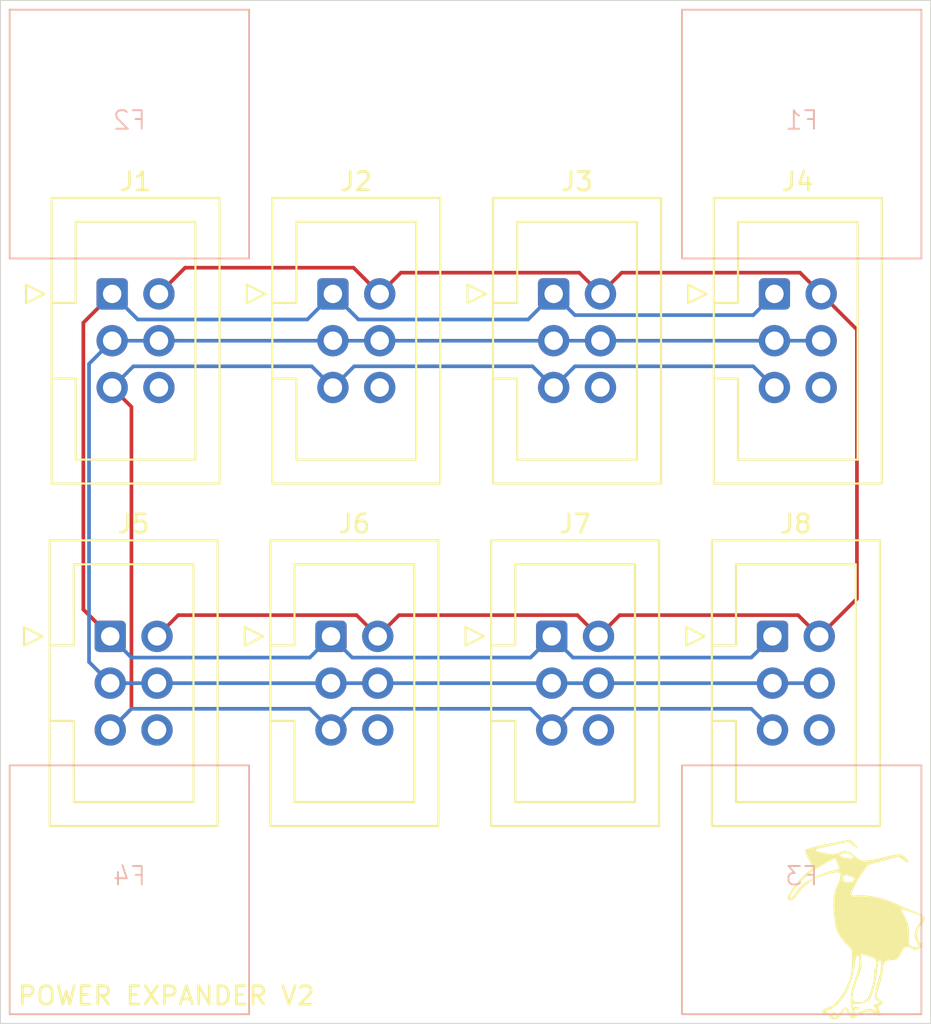
<source format=kicad_pcb>
(kicad_pcb (version 20241229) (generator "pcbnew") (generator_version "9.0")
  (layers (0 "F.Cu" signal) (2 "B.Cu" signal) (13 "F.Paste" user) (15 "B.Paste" user) (5 "F.SilkS" user "F.Silkscreen") (7 "B.SilkS" user "B.Silkscreen") (1 "F.Mask" user) (3 "B.Mask" user) (25 "Edge.Cuts" user))
  (net 0 "")
  (net 1 "12V")
  (net 2 "GND")
  (net 3 "-12V")
  (net 4 "5V")
  (footprint "Connector_IDC:IDC-Header_2x03_P2.54mm_Vertical" (layer "F.Cu") (at 88.415 77)
    (property "Reference" "J8" (at 1.27 -6.1 0) (layer "F.SilkS"))
    (property "Value" "Power")
    (fp_line (start -4.68 -0.5) (end -4.68 0.5) (stroke (width 0.12)) (layer "F.SilkS"))
    (fp_line (start -4.68 0.5) (end -3.68 0) (stroke (width 0.12)) (layer "F.SilkS"))
    (fp_line (start -3.68 0) (end -4.68 -0.5) (stroke (width 0.12)) (layer "F.SilkS"))
    (fp_line (start -3.29 -5.21) (end 5.83 -5.21) (stroke (width 0.12)) (layer "F.SilkS"))
    (fp_line (start -3.29 0.49) (end -1.98 0.49) (stroke (width 0.12)) (layer "F.SilkS"))
    (fp_line (start -3.29 10.29) (end -3.29 -5.21) (stroke (width 0.12)) (layer "F.SilkS"))
    (fp_line (start -1.98 -3.91) (end 4.52 -3.91) (stroke (width 0.12)) (layer "F.SilkS"))
    (fp_line (start -1.98 0.49) (end -1.98 -3.91) (stroke (width 0.12)) (layer "F.SilkS"))
    (fp_line (start -1.98 4.59) (end -3.29 4.59) (stroke (width 0.12)) (layer "F.SilkS"))
    (fp_line (start -1.98 8.99) (end -1.98 4.59) (stroke (width 0.12)) (layer "F.SilkS"))
    (fp_line (start 4.52 -3.91) (end 4.52 8.99) (stroke (width 0.12)) (layer "F.SilkS"))
    (fp_line (start 4.52 8.99) (end -1.98 8.99) (stroke (width 0.12)) (layer "F.SilkS"))
    (fp_line (start 5.83 -5.21) (end 5.83 10.29) (stroke (width 0.12)) (layer "F.SilkS"))
    (fp_line (start 5.83 10.29) (end -3.29 10.29) (stroke (width 0.12)) (layer "F.SilkS"))
    (pad "1" thru_hole roundrect (at 0 0) (size 1.7 1.7) (drill 1) (layers "*.Cu" "*.Mask") (roundrect_rratio 0.147059) (net 1 "12V"))
    (pad "2" thru_hole circle (at 2.54 0) (size 1.7 1.7) (drill 1) (layers "*.Cu" "*.Mask") (net 3 "-12V"))
    (pad "3" thru_hole circle (at 0 2.54) (size 1.7 1.7) (drill 1) (layers "*.Cu" "*.Mask") (net 2 "GND"))
    (pad "4" thru_hole circle (at 2.54 2.54) (size 1.7 1.7) (drill 1) (layers "*.Cu" "*.Mask") (net 2 "GND"))
    (pad "5" thru_hole circle (at 0 5.08) (size 1.7 1.7) (drill 1) (layers "*.Cu" "*.Mask") (net 4 "5V"))
    (pad "6" thru_hole circle (at 2.54 5.08) (size 1.7 1.7) (drill 1) (layers "*.Cu" "*.Mask"))
  )
  (footprint "Connector_IDC:IDC-Header_2x03_P2.54mm_Vertical" (layer "F.Cu") (at 64.445 77)
    (property "Reference" "J6" (at 1.27 -6.1 0) (layer "F.SilkS"))
    (property "Value" "Power")
    (fp_line (start -4.68 -0.5) (end -4.68 0.5) (stroke (width 0.12)) (layer "F.SilkS"))
    (fp_line (start -4.68 0.5) (end -3.68 0) (stroke (width 0.12)) (layer "F.SilkS"))
    (fp_line (start -3.68 0) (end -4.68 -0.5) (stroke (width 0.12)) (layer "F.SilkS"))
    (fp_line (start -3.29 -5.21) (end 5.83 -5.21) (stroke (width 0.12)) (layer "F.SilkS"))
    (fp_line (start -3.29 0.49) (end -1.98 0.49) (stroke (width 0.12)) (layer "F.SilkS"))
    (fp_line (start -3.29 10.29) (end -3.29 -5.21) (stroke (width 0.12)) (layer "F.SilkS"))
    (fp_line (start -1.98 -3.91) (end 4.52 -3.91) (stroke (width 0.12)) (layer "F.SilkS"))
    (fp_line (start -1.98 0.49) (end -1.98 -3.91) (stroke (width 0.12)) (layer "F.SilkS"))
    (fp_line (start -1.98 4.59) (end -3.29 4.59) (stroke (width 0.12)) (layer "F.SilkS"))
    (fp_line (start -1.98 8.99) (end -1.98 4.59) (stroke (width 0.12)) (layer "F.SilkS"))
    (fp_line (start 4.52 -3.91) (end 4.52 8.99) (stroke (width 0.12)) (layer "F.SilkS"))
    (fp_line (start 4.52 8.99) (end -1.98 8.99) (stroke (width 0.12)) (layer "F.SilkS"))
    (fp_line (start 5.83 -5.21) (end 5.83 10.29) (stroke (width 0.12)) (layer "F.SilkS"))
    (fp_line (start 5.83 10.29) (end -3.29 10.29) (stroke (width 0.12)) (layer "F.SilkS"))
    (pad "1" thru_hole roundrect (at 0 0) (size 1.7 1.7) (drill 1) (layers "*.Cu" "*.Mask") (roundrect_rratio 0.147059) (net 1 "12V"))
    (pad "2" thru_hole circle (at 2.54 0) (size 1.7 1.7) (drill 1) (layers "*.Cu" "*.Mask") (net 3 "-12V"))
    (pad "3" thru_hole circle (at 0 2.54) (size 1.7 1.7) (drill 1) (layers "*.Cu" "*.Mask") (net 2 "GND"))
    (pad "4" thru_hole circle (at 2.54 2.54) (size 1.7 1.7) (drill 1) (layers "*.Cu" "*.Mask") (net 2 "GND"))
    (pad "5" thru_hole circle (at 0 5.08) (size 1.7 1.7) (drill 1) (layers "*.Cu" "*.Mask") (net 4 "5V"))
    (pad "6" thru_hole circle (at 2.54 5.08) (size 1.7 1.7) (drill 1) (layers "*.Cu" "*.Mask"))
  )
  (footprint "Connector_IDC:IDC-Header_2x03_P2.54mm_Vertical" (layer "F.Cu") (at 88.52 58.42)
    (property "Reference" "J4" (at 1.27 -6.1 0) (layer "F.SilkS"))
    (property "Value" "Power")
    (fp_line (start -4.68 -0.5) (end -4.68 0.5) (stroke (width 0.12)) (layer "F.SilkS"))
    (fp_line (start -4.68 0.5) (end -3.68 0) (stroke (width 0.12)) (layer "F.SilkS"))
    (fp_line (start -3.68 0) (end -4.68 -0.5) (stroke (width 0.12)) (layer "F.SilkS"))
    (fp_line (start -3.29 -5.21) (end 5.83 -5.21) (stroke (width 0.12)) (layer "F.SilkS"))
    (fp_line (start -3.29 0.49) (end -1.98 0.49) (stroke (width 0.12)) (layer "F.SilkS"))
    (fp_line (start -3.29 10.29) (end -3.29 -5.21) (stroke (width 0.12)) (layer "F.SilkS"))
    (fp_line (start -1.98 -3.91) (end 4.52 -3.91) (stroke (width 0.12)) (layer "F.SilkS"))
    (fp_line (start -1.98 0.49) (end -1.98 -3.91) (stroke (width 0.12)) (layer "F.SilkS"))
    (fp_line (start -1.98 4.59) (end -3.29 4.59) (stroke (width 0.12)) (layer "F.SilkS"))
    (fp_line (start -1.98 8.99) (end -1.98 4.59) (stroke (width 0.12)) (layer "F.SilkS"))
    (fp_line (start 4.52 -3.91) (end 4.52 8.99) (stroke (width 0.12)) (layer "F.SilkS"))
    (fp_line (start 4.52 8.99) (end -1.98 8.99) (stroke (width 0.12)) (layer "F.SilkS"))
    (fp_line (start 5.83 -5.21) (end 5.83 10.29) (stroke (width 0.12)) (layer "F.SilkS"))
    (fp_line (start 5.83 10.29) (end -3.29 10.29) (stroke (width 0.12)) (layer "F.SilkS"))
    (pad "1" thru_hole roundrect (at 0 0) (size 1.7 1.7) (drill 1) (layers "*.Cu" "*.Mask") (roundrect_rratio 0.147059) (net 1 "12V"))
    (pad "2" thru_hole circle (at 2.54 0) (size 1.7 1.7) (drill 1) (layers "*.Cu" "*.Mask") (net 3 "-12V"))
    (pad "3" thru_hole circle (at 0 2.54) (size 1.7 1.7) (drill 1) (layers "*.Cu" "*.Mask") (net 2 "GND"))
    (pad "4" thru_hole circle (at 2.54 2.54) (size 1.7 1.7) (drill 1) (layers "*.Cu" "*.Mask") (net 2 "GND"))
    (pad "5" thru_hole circle (at 0 5.08) (size 1.7 1.7) (drill 1) (layers "*.Cu" "*.Mask") (net 4 "5V"))
    (pad "6" thru_hole circle (at 2.54 5.08) (size 1.7 1.7) (drill 1) (layers "*.Cu" "*.Mask"))
  )
  (footprint "Connector_IDC:IDC-Header_2x03_P2.54mm_Vertical" (layer "F.Cu") (at 76.43 77)
    (property "Reference" "J7" (at 1.27 -6.1 0) (layer "F.SilkS"))
    (property "Value" "Power")
    (fp_line (start -4.68 -0.5) (end -4.68 0.5) (stroke (width 0.12)) (layer "F.SilkS"))
    (fp_line (start -4.68 0.5) (end -3.68 0) (stroke (width 0.12)) (layer "F.SilkS"))
    (fp_line (start -3.68 0) (end -4.68 -0.5) (stroke (width 0.12)) (layer "F.SilkS"))
    (fp_line (start -3.29 -5.21) (end 5.83 -5.21) (stroke (width 0.12)) (layer "F.SilkS"))
    (fp_line (start -3.29 0.49) (end -1.98 0.49) (stroke (width 0.12)) (layer "F.SilkS"))
    (fp_line (start -3.29 10.29) (end -3.29 -5.21) (stroke (width 0.12)) (layer "F.SilkS"))
    (fp_line (start -1.98 -3.91) (end 4.52 -3.91) (stroke (width 0.12)) (layer "F.SilkS"))
    (fp_line (start -1.98 0.49) (end -1.98 -3.91) (stroke (width 0.12)) (layer "F.SilkS"))
    (fp_line (start -1.98 4.59) (end -3.29 4.59) (stroke (width 0.12)) (layer "F.SilkS"))
    (fp_line (start -1.98 8.99) (end -1.98 4.59) (stroke (width 0.12)) (layer "F.SilkS"))
    (fp_line (start 4.52 -3.91) (end 4.52 8.99) (stroke (width 0.12)) (layer "F.SilkS"))
    (fp_line (start 4.52 8.99) (end -1.98 8.99) (stroke (width 0.12)) (layer "F.SilkS"))
    (fp_line (start 5.83 -5.21) (end 5.83 10.29) (stroke (width 0.12)) (layer "F.SilkS"))
    (fp_line (start 5.83 10.29) (end -3.29 10.29) (stroke (width 0.12)) (layer "F.SilkS"))
    (pad "1" thru_hole roundrect (at 0 0) (size 1.7 1.7) (drill 1) (layers "*.Cu" "*.Mask") (roundrect_rratio 0.147059) (net 1 "12V"))
    (pad "2" thru_hole circle (at 2.54 0) (size 1.7 1.7) (drill 1) (layers "*.Cu" "*.Mask") (net 3 "-12V"))
    (pad "3" thru_hole circle (at 0 2.54) (size 1.7 1.7) (drill 1) (layers "*.Cu" "*.Mask") (net 2 "GND"))
    (pad "4" thru_hole circle (at 2.54 2.54) (size 1.7 1.7) (drill 1) (layers "*.Cu" "*.Mask") (net 2 "GND"))
    (pad "5" thru_hole circle (at 0 5.08) (size 1.7 1.7) (drill 1) (layers "*.Cu" "*.Mask") (net 4 "5V"))
    (pad "6" thru_hole circle (at 2.54 5.08) (size 1.7 1.7) (drill 1) (layers "*.Cu" "*.Mask"))
  )
  (footprint "Connector_IDC:IDC-Header_2x03_P2.54mm_Vertical" (layer "F.Cu") (at 76.535 58.42)
    (property "Reference" "J3" (at 1.27 -6.1 0) (layer "F.SilkS"))
    (property "Value" "Power")
    (fp_line (start -4.68 -0.5) (end -4.68 0.5) (stroke (width 0.12)) (layer "F.SilkS"))
    (fp_line (start -4.68 0.5) (end -3.68 0) (stroke (width 0.12)) (layer "F.SilkS"))
    (fp_line (start -3.68 0) (end -4.68 -0.5) (stroke (width 0.12)) (layer "F.SilkS"))
    (fp_line (start -3.29 -5.21) (end 5.83 -5.21) (stroke (width 0.12)) (layer "F.SilkS"))
    (fp_line (start -3.29 0.49) (end -1.98 0.49) (stroke (width 0.12)) (layer "F.SilkS"))
    (fp_line (start -3.29 10.29) (end -3.29 -5.21) (stroke (width 0.12)) (layer "F.SilkS"))
    (fp_line (start -1.98 -3.91) (end 4.52 -3.91) (stroke (width 0.12)) (layer "F.SilkS"))
    (fp_line (start -1.98 0.49) (end -1.98 -3.91) (stroke (width 0.12)) (layer "F.SilkS"))
    (fp_line (start -1.98 4.59) (end -3.29 4.59) (stroke (width 0.12)) (layer "F.SilkS"))
    (fp_line (start -1.98 8.99) (end -1.98 4.59) (stroke (width 0.12)) (layer "F.SilkS"))
    (fp_line (start 4.52 -3.91) (end 4.52 8.99) (stroke (width 0.12)) (layer "F.SilkS"))
    (fp_line (start 4.52 8.99) (end -1.98 8.99) (stroke (width 0.12)) (layer "F.SilkS"))
    (fp_line (start 5.83 -5.21) (end 5.83 10.29) (stroke (width 0.12)) (layer "F.SilkS"))
    (fp_line (start 5.83 10.29) (end -3.29 10.29) (stroke (width 0.12)) (layer "F.SilkS"))
    (pad "1" thru_hole roundrect (at 0 0) (size 1.7 1.7) (drill 1) (layers "*.Cu" "*.Mask") (roundrect_rratio 0.147059) (net 1 "12V"))
    (pad "2" thru_hole circle (at 2.54 0) (size 1.7 1.7) (drill 1) (layers "*.Cu" "*.Mask") (net 3 "-12V"))
    (pad "3" thru_hole circle (at 0 2.54) (size 1.7 1.7) (drill 1) (layers "*.Cu" "*.Mask") (net 2 "GND"))
    (pad "4" thru_hole circle (at 2.54 2.54) (size 1.7 1.7) (drill 1) (layers "*.Cu" "*.Mask") (net 2 "GND"))
    (pad "5" thru_hole circle (at 0 5.08) (size 1.7 1.7) (drill 1) (layers "*.Cu" "*.Mask") (net 4 "5V"))
    (pad "6" thru_hole circle (at 2.54 5.08) (size 1.7 1.7) (drill 1) (layers "*.Cu" "*.Mask"))
  )
  (footprint "Connector_IDC:IDC-Header_2x03_P2.54mm_Vertical" (layer "F.Cu") (at 64.55 58.42)
    (property "Reference" "J2" (at 1.27 -6.1 0) (layer "F.SilkS"))
    (property "Value" "Power")
    (fp_line (start -4.68 -0.5) (end -4.68 0.5) (stroke (width 0.12)) (layer "F.SilkS"))
    (fp_line (start -4.68 0.5) (end -3.68 0) (stroke (width 0.12)) (layer "F.SilkS"))
    (fp_line (start -3.68 0) (end -4.68 -0.5) (stroke (width 0.12)) (layer "F.SilkS"))
    (fp_line (start -3.29 -5.21) (end 5.83 -5.21) (stroke (width 0.12)) (layer "F.SilkS"))
    (fp_line (start -3.29 0.49) (end -1.98 0.49) (stroke (width 0.12)) (layer "F.SilkS"))
    (fp_line (start -3.29 10.29) (end -3.29 -5.21) (stroke (width 0.12)) (layer "F.SilkS"))
    (fp_line (start -1.98 -3.91) (end 4.52 -3.91) (stroke (width 0.12)) (layer "F.SilkS"))
    (fp_line (start -1.98 0.49) (end -1.98 -3.91) (stroke (width 0.12)) (layer "F.SilkS"))
    (fp_line (start -1.98 4.59) (end -3.29 4.59) (stroke (width 0.12)) (layer "F.SilkS"))
    (fp_line (start -1.98 8.99) (end -1.98 4.59) (stroke (width 0.12)) (layer "F.SilkS"))
    (fp_line (start 4.52 -3.91) (end 4.52 8.99) (stroke (width 0.12)) (layer "F.SilkS"))
    (fp_line (start 4.52 8.99) (end -1.98 8.99) (stroke (width 0.12)) (layer "F.SilkS"))
    (fp_line (start 5.83 -5.21) (end 5.83 10.29) (stroke (width 0.12)) (layer "F.SilkS"))
    (fp_line (start 5.83 10.29) (end -3.29 10.29) (stroke (width 0.12)) (layer "F.SilkS"))
    (pad "1" thru_hole roundrect (at 0 0) (size 1.7 1.7) (drill 1) (layers "*.Cu" "*.Mask") (roundrect_rratio 0.147059) (net 1 "12V"))
    (pad "2" thru_hole circle (at 2.54 0) (size 1.7 1.7) (drill 1) (layers "*.Cu" "*.Mask") (net 3 "-12V"))
    (pad "3" thru_hole circle (at 0 2.54) (size 1.7 1.7) (drill 1) (layers "*.Cu" "*.Mask") (net 2 "GND"))
    (pad "4" thru_hole circle (at 2.54 2.54) (size 1.7 1.7) (drill 1) (layers "*.Cu" "*.Mask") (net 2 "GND"))
    (pad "5" thru_hole circle (at 0 5.08) (size 1.7 1.7) (drill 1) (layers "*.Cu" "*.Mask") (net 4 "5V"))
    (pad "6" thru_hole circle (at 2.54 5.08) (size 1.7 1.7) (drill 1) (layers "*.Cu" "*.Mask"))
  )
  (footprint "Connector_IDC:IDC-Header_2x03_P2.54mm_Vertical" (layer "F.Cu") (at 52.46 77)
    (property "Reference" "J5" (at 1.27 -6.1 0) (layer "F.SilkS"))
    (property "Value" "Power")
    (fp_line (start -4.68 -0.5) (end -4.68 0.5) (stroke (width 0.12)) (layer "F.SilkS"))
    (fp_line (start -4.68 0.5) (end -3.68 0) (stroke (width 0.12)) (layer "F.SilkS"))
    (fp_line (start -3.68 0) (end -4.68 -0.5) (stroke (width 0.12)) (layer "F.SilkS"))
    (fp_line (start -3.29 -5.21) (end 5.83 -5.21) (stroke (width 0.12)) (layer "F.SilkS"))
    (fp_line (start -3.29 0.49) (end -1.98 0.49) (stroke (width 0.12)) (layer "F.SilkS"))
    (fp_line (start -3.29 10.29) (end -3.29 -5.21) (stroke (width 0.12)) (layer "F.SilkS"))
    (fp_line (start -1.98 -3.91) (end 4.52 -3.91) (stroke (width 0.12)) (layer "F.SilkS"))
    (fp_line (start -1.98 0.49) (end -1.98 -3.91) (stroke (width 0.12)) (layer "F.SilkS"))
    (fp_line (start -1.98 4.59) (end -3.29 4.59) (stroke (width 0.12)) (layer "F.SilkS"))
    (fp_line (start -1.98 8.99) (end -1.98 4.59) (stroke (width 0.12)) (layer "F.SilkS"))
    (fp_line (start 4.52 -3.91) (end 4.52 8.99) (stroke (width 0.12)) (layer "F.SilkS"))
    (fp_line (start 4.52 8.99) (end -1.98 8.99) (stroke (width 0.12)) (layer "F.SilkS"))
    (fp_line (start 5.83 -5.21) (end 5.83 10.29) (stroke (width 0.12)) (layer "F.SilkS"))
    (fp_line (start 5.83 10.29) (end -3.29 10.29) (stroke (width 0.12)) (layer "F.SilkS"))
    (pad "1" thru_hole roundrect (at 0 0) (size 1.7 1.7) (drill 1) (layers "*.Cu" "*.Mask") (roundrect_rratio 0.147059) (net 1 "12V"))
    (pad "2" thru_hole circle (at 2.54 0) (size 1.7 1.7) (drill 1) (layers "*.Cu" "*.Mask") (net 3 "-12V"))
    (pad "3" thru_hole circle (at 0 2.54) (size 1.7 1.7) (drill 1) (layers "*.Cu" "*.Mask") (net 2 "GND"))
    (pad "4" thru_hole circle (at 2.54 2.54) (size 1.7 1.7) (drill 1) (layers "*.Cu" "*.Mask") (net 2 "GND"))
    (pad "5" thru_hole circle (at 0 5.08) (size 1.7 1.7) (drill 1) (layers "*.Cu" "*.Mask") (net 4 "5V"))
    (pad "6" thru_hole circle (at 2.54 5.08) (size 1.7 1.7) (drill 1) (layers "*.Cu" "*.Mask"))
  )
  (footprint "Connector_IDC:IDC-Header_2x03_P2.54mm_Vertical" (layer "F.Cu") (at 52.565 58.42)
    (property "Reference" "J1" (at 1.27 -6.1 0) (layer "F.SilkS"))
    (property "Value" "Power")
    (fp_line (start -4.68 -0.5) (end -4.68 0.5) (stroke (width 0.12)) (layer "F.SilkS"))
    (fp_line (start -4.68 0.5) (end -3.68 0) (stroke (width 0.12)) (layer "F.SilkS"))
    (fp_line (start -3.68 0) (end -4.68 -0.5) (stroke (width 0.12)) (layer "F.SilkS"))
    (fp_line (start -3.29 -5.21) (end 5.83 -5.21) (stroke (width 0.12)) (layer "F.SilkS"))
    (fp_line (start -3.29 0.49) (end -1.98 0.49) (stroke (width 0.12)) (layer "F.SilkS"))
    (fp_line (start -3.29 10.29) (end -3.29 -5.21) (stroke (width 0.12)) (layer "F.SilkS"))
    (fp_line (start -1.98 -3.91) (end 4.52 -3.91) (stroke (width 0.12)) (layer "F.SilkS"))
    (fp_line (start -1.98 0.49) (end -1.98 -3.91) (stroke (width 0.12)) (layer "F.SilkS"))
    (fp_line (start -1.98 4.59) (end -3.29 4.59) (stroke (width 0.12)) (layer "F.SilkS"))
    (fp_line (start -1.98 8.99) (end -1.98 4.59) (stroke (width 0.12)) (layer "F.SilkS"))
    (fp_line (start 4.52 -3.91) (end 4.52 8.99) (stroke (width 0.12)) (layer "F.SilkS"))
    (fp_line (start 4.52 8.99) (end -1.98 8.99) (stroke (width 0.12)) (layer "F.SilkS"))
    (fp_line (start 5.83 -5.21) (end 5.83 10.29) (stroke (width 0.12)) (layer "F.SilkS"))
    (fp_line (start 5.83 10.29) (end -3.29 10.29) (stroke (width 0.12)) (layer "F.SilkS"))
    (pad "1" thru_hole roundrect (at 0 0) (size 1.7 1.7) (drill 1) (layers "*.Cu" "*.Mask") (roundrect_rratio 0.147059) (net 1 "12V"))
    (pad "2" thru_hole circle (at 2.54 0) (size 1.7 1.7) (drill 1) (layers "*.Cu" "*.Mask") (net 3 "-12V"))
    (pad "3" thru_hole circle (at 0 2.54) (size 1.7 1.7) (drill 1) (layers "*.Cu" "*.Mask") (net 2 "GND"))
    (pad "4" thru_hole circle (at 2.54 2.54) (size 1.7 1.7) (drill 1) (layers "*.Cu" "*.Mask") (net 2 "GND"))
    (pad "5" thru_hole circle (at 0 5.08) (size 1.7 1.7) (drill 1) (layers "*.Cu" "*.Mask") (net 4 "5V"))
    (pad "6" thru_hole circle (at 2.54 5.08) (size 1.7 1.7) (drill 1) (layers "*.Cu" "*.Mask"))
  )
  (footprint "modular2:ibis-small" (layer "F.Cu") (at 93 93)
    (property "Reference" "G***" (hide yes))
    (property "Value" "LOGO" (hide yes))
    (fp_poly (pts (xy -0.169195 -4.783536) (xy -0.008347 -4.609088) (xy 0.036929 -4.512793) (xy -0.028023 -4.514014) (xy -0.19786 -4.632117) (xy -0.20852 -4.641026) (xy -0.459373 -4.852105) (xy -1.237006 -4.683539) (xy -1.707816 -4.579411) (xy -2.02348 -4.501108) (xy -2.194806 -4.440794) (xy -2.232602 -4.390629) (xy -2.147676 -4.342777) (xy -1.950834 -4.289399) (xy -1.821262 -4.259847) (xy -1.500421 -4.196754) (xy -1.288292 -4.182134) (xy -1.131583 -4.215182) (xy -1.059262 -4.248333) (xy -0.70606 -4.356464) (xy -0.384383 -4.300904) (xy -0.139803 -4.121177) (xy 0.040172 -3.957057) (xy 0.22901 -3.862031) (xy 0.462627 -3.832739) (xy 0.776943 -3.865821) (xy 1.207875 -3.957916) (xy 1.31797 -3.984791) (xy 1.763265 -4.09213) (xy 2.07742 -4.1559) (xy 2.292959 -4.175975) (xy 2.442405 -4.152233) (xy 2.558285 -4.084549) (xy 2.666686 -3.979667) (xy 2.80128 -3.803217) (xy 2.802933 -3.720954) (xy 2.686918 -3.745179) (xy 2.512013 -3.855114) (xy 2.259049 -4.042138) (xy 1.437072 -3.824395) (xy 1.090479 -3.730586) (xy 0.813003 -3.651702) (xy 0.640121 -3.59805) (xy 0.600456 -3.581326) (xy 0.546103 -3.504396) (xy 0.424281 -3.337144) (xy 0.343309 -3.226976) (xy 0.159216 -2.953357) (xy -0.020768 -2.646486) (xy -0.172322 -2.352668) (xy -0.271125 -2.118207) (xy -0.29598 -2.009833) (xy -0.241533 -1.944599) (xy -0.061153 -1.942651) (xy 0.03626 -1.956183) (xy 0.32864 -1.962615) (xy 0.720483 -1.918299) (xy 1.153861 -1.83496) (xy 1.570848 -1.724321) (xy 1.913517 -1.598106) (xy 1.989666 -1.560825) (xy 2.208694 -1.456953) (xy 2.527512 -1.320747) (xy 2.886637 -1.177366) (xy 2.984499 -1.140045) (xy 3.373052 -0.976816) (xy 3.60556 -0.830423) (xy 3.691985 -0.684313) (xy 3.642292 -0.521934) (xy 3.471333 -0.331252) (xy 3.297413 -0.065483) (xy 3.275958 0.250765) (xy 3.386666 0.550333) (xy 3.487461 0.749998) (xy 3.487691 0.865499) (xy 3.381024 0.953364) (xy 3.33892 0.976563) (xy 3.144921 1.02328) (xy 3.063754 0.99177) (xy 2.903112 0.909055) (xy 2.769901 0.866055) (xy 2.640982 0.860562) (xy 2.538152 0.942032) (xy 2.423966 1.143845) (xy 2.398601 1.19705) (xy 2.264478 1.438177) (xy 2.140919 1.545768) (xy 2.0417 1.557843) (xy 1.816757 1.567125) (xy 1.650999 1.599486) (xy 1.504944 1.672341) (xy 1.441831 1.818135) (xy 1.429173 1.972366) (xy 1.399268 2.209569) (xy 1.330115 2.539046) (xy 1.236204 2.89249) (xy 1.228578 2.918024) (xy 1.038142 3.550048) (xy 1.21757 3.669184) (xy 1.358022 3.809052) (xy 1.389923 3.940854) (xy 1.307403 4.01687) (xy 1.260941 4.021667) (xy 1.167416 4.065719) (xy 1.18588 4.169833) (xy 1.278743 4.45065) (xy 1.270792 4.595938) (xy 1.162511 4.605175) (xy 0.954384 4.477837) (xy 0.922835 4.453442) (xy 0.790148 4.360885) (xy 0.671591 4.335695) (xy 0.503082 4.376407) (xy 0.330199 4.439871) (xy 0.088578 4.547717) (xy -0.083922 4.654129) (xy -0.125317 4.696275) (xy -0.231853 4.760473) (xy -0.360747 4.674279) (xy -0.492895 4.451479) (xy -0.505784 4.42167) (xy -0.613845 4.164669) (xy -0.770634 4.410668) (xy -0.902051 4.596624) (xy -1.008689 4.714795) (xy -1.014045 4.71887) (xy -1.177747 4.778248) (xy -1.353532 4.770546) (xy -1.468778 4.704509) (xy -1.481667 4.662555) (xy -1.553711 4.557434) (xy -1.671303 4.514388) (xy -1.850274 4.44273) (xy -1.88885 4.328649) (xy -1.87265 4.309764) (xy -1.690893 4.309764) (xy -1.688063 4.368863) (xy -1.566237 4.422444) (xy -1.368212 4.409609) (xy -1.200695 4.386246) (xy -1.17398 4.418689) (xy -1.209147 4.460346) (xy -1.299323 4.586967) (xy -1.312334 4.634245) (xy -1.262216 4.668886) (xy -1.140893 4.608903) (xy -0.991914 4.484194) (xy -0.858826 4.324656) (xy -0.856706 4.321438) (xy -0.697848 4.144309) (xy -0.557833 4.134382) (xy -0.429588 4.292565) (xy -0.388774 4.3815) (xy -0.306538 4.546293) (xy -0.254915 4.557589) (xy -0.237858 4.512937) (xy -0.245308 4.321586) (xy -0.285853 4.210584) (xy -0.333098 4.021667) (xy -0.296334 4.021667) (xy -0.222649 4.080669) (xy -0.04463 4.1063) (xy -0.037337 4.106333) (xy 0.139343 4.130458) (xy 0.164774 4.198376) (xy 0.046228 4.257302) (xy -0.045555 4.250292) (xy -0.156251 4.252946) (xy -0.151324 4.334404) (xy -0.102676 4.404801) (xy -0.007295 4.417776) (xy 0.171409 4.369002) (xy 0.4463 4.263688) (xy 0.669461 4.197801) (xy 0.831219 4.224463) (xy 0.8908 4.257142) (xy 1.01783 4.308353) (xy 1.058333 4.281381) (xy 0.996753 4.165992) (xy 0.973666 4.148667) (xy 0.890351 4.041453) (xy 0.95291 3.956133) (xy 1.058333 3.937) (xy 1.195913 3.901544) (xy 1.227666 3.852333) (xy 1.159089 3.777219) (xy 1.100666 3.767667) (xy 1.004988 3.694096) (xy 0.975776 3.489788) (xy 1.012102 3.179351) (xy 1.113035 2.78739) (xy 1.140917 2.701309) (xy 1.234207 2.366489) (xy 1.291497 2.046948) (xy 1.309511 1.781802) (xy 1.284974 1.610168) (xy 1.235979 1.566333) (xy 1.188077 1.643227) (xy 1.138612 1.843813) (xy 1.101913 2.0955) (xy 1.0238 2.642682) (xy 0.920014 3.11831) (xy 0.79882 3.493253) (xy 0.668484 3.738384) (xy 0.621402 3.788833) (xy 0.383223 3.900387) (xy 0.075286 3.937) (xy -0.148659 3.954214) (xy -0.281021 3.997656) (xy -0.296334 4.021667) (xy -0.333098 4.021667) (xy -0.348244 3.961105) (xy -0.346486 3.677757) (xy -0.237365 3.677757) (xy -0.235765 3.684662) (xy -0.127729 3.807763) (xy 0.07256 3.855392) (xy 0.30531 3.826613) (xy 0.510727 3.720489) (xy 0.536586 3.696746) (xy 0.640331 3.527756) (xy 0.748111 3.251747) (xy 0.844577 2.925327) (xy 0.914378 2.605102) (xy 0.942166 2.34768) (xy 0.930937 2.242421) (xy 0.92986 2.08962) (xy 0.970222 2.034128) (xy 1.034076 1.917822) (xy 1.058333 1.733933) (xy 1.038376 1.573685) (xy 0.948477 1.47799) (xy 0.743589 1.404002) (xy 0.698499 1.391684) (xy 0.460562 1.322238) (xy 0.292682 1.263083) (xy 0.261844 1.248191) (xy 0.225742 1.292929) (xy 0.225375 1.469629) (xy 0.239853 1.601236) (xy 0.251214 1.968856) (xy 0.165898 2.250309) (xy 0.03974 2.535729) (xy -0.077915 2.872068) (xy -0.172816 3.208443) (xy -0.230716 3.493967) (xy -0.237365 3.677757) (xy -0.346486 3.677757) (xy -0.346034 3.604844) (xy -0.284601 3.189219) (xy -0.169324 2.761645) (xy -0.100386 2.57569) (xy 0.015369 2.240382) (xy 0.092502 1.913698) (xy 0.127623 1.63026) (xy 0.117346 1.424693) (xy 0.058283 1.331618) (xy 0.021166 1.333329) (xy -0.044569 1.433941) (xy -0.10423 1.668906) (xy -0.143843 1.954217) (xy -0.258544 2.547889) (xy -0.468808 3.118709) (xy -0.752254 3.617177) (xy -1.052439 3.963935) (xy -1.277096 4.139424) (xy -1.480234 4.252493) (xy -1.571575 4.275667) (xy -1.690893 4.309764) (xy -1.87265 4.309764) (xy -1.792288 4.216086) (xy -1.628663 4.158004) (xy -1.29955 4.012378) (xy -0.980151 3.704942) (xy -0.677386 3.243196) (xy -0.548712 2.987704) (xy -0.408696 2.661014) (xy -0.325683 2.376715) (xy -0.28396 2.062029) (xy -0.268687 1.690797) (xy -0.266845 1.323493) (xy -0.282943 1.090126) (xy -0.32245 0.955761) (xy -0.390836 0.88546) (xy -0.39517 0.882968) (xy -0.519714 0.774243) (xy -0.696438 0.574555) (xy -0.841912 0.387478) (xy -0.999536 0.153509) (xy -1.103293 -0.066171) (xy -1.173076 -0.329578) (xy -1.228781 -0.694725) (xy -1.237771 -0.766913) (xy -1.272578 -1.188416) (xy 2.412999 -1.188416) (xy 2.449519 -1.099625) (xy 2.543492 -0.909885) (xy 2.629506 -0.745314) (xy 2.758839 -0.46153) (xy 2.81927 -0.191108) (xy 2.828259 0.150209) (xy 2.826516 0.205417) (xy 2.82259 0.50826) (xy 2.844671 0.68463) (xy 2.902686 0.776624) (xy 2.969842 0.8133) (xy 3.208161 0.878357) (xy 3.331068 0.84621) (xy 3.344333 0.801354) (xy 3.301416 0.671807) (xy 3.20985 0.508462) (xy 3.119948 0.224652) (xy 3.178491 -0.101372) (xy 3.379892 -0.441479) (xy 3.404374 -0.471271) (xy 3.529389 -0.643156) (xy 3.577303 -0.758214) (xy 3.57219 -0.774032) (xy 3.474719 -0.826011) (xy 3.276945 -0.907559) (xy 3.026139 -1.001777) (xy 2.769575 -1.091765) (xy 2.554524 -1.160627) (xy 2.428258 -1.191462) (xy 2.412999 -1.188416) (xy -1.272578 -1.188416) (xy -1.287176 -1.365186) (xy -1.268759 -1.844869) (xy -1.178552 -2.244203) (xy -1.055277 -2.525484) (xy -0.967822 -2.731421) (xy -0.748785 -2.731421) (xy -0.666407 -2.675968) (xy -0.501257 -2.667) (xy -0.293356 -2.691954) (xy -0.169211 -2.752502) (xy -0.165853 -2.7573) (xy -0.136463 -2.84963) (xy -0.208351 -2.918415) (xy -0.41217 -2.990218) (xy -0.445883 -2.999993) (xy -0.627385 -3.036419) (xy -0.709698 -2.985007) (xy -0.741974 -2.87038) (xy -0.748785 -2.731421) (xy -0.967822 -2.731421) (xy -0.924088 -2.834405) (xy -0.897346 -3.063701) (xy -0.977167 -3.189847) (xy -0.994834 -3.197222) (xy -1.14533 -3.195079) (xy -1.400716 -3.143261) (xy -1.709476 -3.056985) (xy -2.020094 -2.951466) (xy -2.281052 -2.841917) (xy -2.380936 -2.787845) (xy -2.710315 -2.547761) (xy -3.017803 -2.262559) (xy -3.25031 -1.983817) (xy -3.311399 -1.883834) (xy -3.445859 -1.720376) (xy -3.598902 -1.651474) (xy -3.722159 -1.684747) (xy -3.764366 -1.802714) (xy -3.629778 -1.802714) (xy -3.557916 -1.809696) (xy -3.446663 -1.932384) (xy -3.427427 -1.961466) (xy -3.255266 -2.204184) (xy -3.076938 -2.42226) (xy -2.817084 -2.642358) (xy -2.446666 -2.868768) (xy -2.020849 -3.07304) (xy -1.594798 -3.226726) (xy -1.438405 -3.267276) (xy -1.186088 -3.326359) (xy -1.017307 -3.370895) (xy -0.973668 -3.387506) (xy -0.999425 -3.481123) (xy -1.059011 -3.649443) (xy -1.125896 -3.822021) (xy -1.173553 -3.928417) (xy -1.180609 -3.937) (xy -1.289411 -3.896158) (xy -1.503665 -3.787746) (xy -1.784604 -3.632937) (xy -2.093461 -3.452903) (xy -2.312738 -3.318684) (xy -2.571868 -3.128341) (xy -2.849001 -2.879812) (xy -3.118721 -2.602349) (xy -3.355612 -2.325209) (xy -3.534259 -2.077645) (xy -3.629245 -1.888912) (xy -3.629778 -1.802714) (xy -3.764366 -1.802714) (xy -3.767668 -1.811944) (xy -3.712685 -1.976209) (xy -3.568056 -2.220187) (xy -3.364255 -2.504241) (xy -3.13176 -2.788736) (xy -2.901046 -3.034035) (xy -2.702589 -3.200503) (xy -2.697387 -3.203907) (xy -2.518184 -3.333235) (xy -2.420205 -3.429802) (xy -2.414049 -3.445687) (xy -2.450248 -3.548023) (xy -2.544253 -3.74695) (xy -2.624668 -3.902797) (xy -2.744392 -4.144815) (xy -2.750201 -4.159007) (xy -0.907248 -4.159007) (xy -0.889518 -4.084432) (xy -0.722303 -4.016495) (xy -0.635001 -3.998033) (xy -0.383059 -3.957776) (xy -0.25614 -3.955964) (xy -0.213907 -3.994567) (xy -0.211667 -4.018688) (xy -0.285401 -4.134444) (xy -0.463557 -4.215464) (xy -0.681565 -4.237779) (xy -0.766462 -4.224648) (xy -0.907248 -4.159007) (xy -2.750201 -4.159007) (xy -2.821124 -4.332287) (xy -2.836334 -4.396324) (xy -2.75695 -4.447796) (xy -2.535074 -4.52105) (xy -2.195122 -4.609313) (xy -1.761511 -4.705809) (xy -1.608528 -4.737008) (xy -0.380722 -4.982255)) (fill yes) (layer "F.SilkS"))
  )
  (footprint "modular2:foot" (layer "B.Cu") (at 90 90.5 180)
    (property "Reference" "F3" (at 0 0.5 0) (layer "B.SilkS") (effects (font (thickness 0.1)) (justify mirror)))
    (property "Value" "foot")
    (fp_rect (start -6.5 6.5) (end 6.5 -7) (stroke (width 0.1)) (fill no) (layer "B.SilkS"))
  )
  (footprint "modular2:foot" (layer "B.Cu") (at 90 49.5 180)
    (property "Reference" "F1" (at 0 0.5 0) (layer "B.SilkS") (effects (font (thickness 0.1)) (justify mirror)))
    (property "Value" "foot")
    (fp_rect (start -6.5 6.5) (end 6.5 -7) (stroke (width 0.1)) (fill no) (layer "B.SilkS"))
  )
  (footprint "modular2:foot" (layer "B.Cu") (at 53.5 49.5 180)
    (property "Reference" "F2" (at 0 0.5 0) (layer "B.SilkS") (effects (font (thickness 0.1)) (justify mirror)))
    (property "Value" "foot")
    (fp_rect (start -6.5 6.5) (end 6.5 -7) (stroke (width 0.1)) (fill no) (layer "B.SilkS"))
  )
  (footprint "modular2:foot" (layer "B.Cu") (at 53.5 90.5 180)
    (property "Reference" "F4" (at 0 0.5 0) (layer "B.SilkS") (effects (font (thickness 0.1)) (justify mirror)))
    (property "Value" "foot")
    (fp_rect (start -6.5 6.5) (end 6.5 -7) (stroke (width 0.1)) (fill no) (layer "B.SilkS"))
  )
  (gr_rect (start 46.5 42.5) (end 97 98) (stroke (width 0.05)) (fill no) (layer "Edge.Cuts"))
  (gr_text "POWER EXPANDER V2" (at 55.5 96.5 0) (layer "F.SilkS") (effects (font (size 1 1))))
  (segment (start 51 75.54) (end 52.46 77) (width 0.2) (layer "F.Cu") (net 1))
  (segment (start 51 59.985) (end 51 75.54) (width 0.2) (layer "F.Cu") (net 1))
  (segment (start 52.565 58.42) (end 51 59.985) (width 0.2) (layer "F.Cu") (net 1))
  (segment (start 75.146 59.809) (end 65.939 59.809) (width 0.2) (layer "B.Cu") (net 1))
  (segment (start 75.279 78.151) (end 76.43 77) (width 0.2) (layer "B.Cu") (net 1))
  (segment (start 88.52 58.42) (end 87.369 59.571) (width 0.2) (layer "B.Cu") (net 1))
  (segment (start 52.46 77) (end 53.611 78.151) (width 0.2) (layer "B.Cu") (net 1))
  (segment (start 63.161 59.809) (end 53.954 59.809) (width 0.2) (layer "B.Cu") (net 1))
  (segment (start 53.611 78.151) (end 63.294 78.151) (width 0.2) (layer "B.Cu") (net 1))
  (segment (start 65.596 78.151) (end 75.279 78.151) (width 0.2) (layer "B.Cu") (net 1))
  (segment (start 87.369 59.571) (end 77.686 59.571) (width 0.2) (layer "B.Cu") (net 1))
  (segment (start 77.581 78.151) (end 87.264 78.151) (width 0.2) (layer "B.Cu") (net 1))
  (segment (start 65.939 59.809) (end 64.55 58.42) (width 0.2) (layer "B.Cu") (net 1))
  (segment (start 76.535 58.42) (end 75.146 59.809) (width 0.2) (layer "B.Cu") (net 1))
  (segment (start 64.55 58.42) (end 63.161 59.809) (width 0.2) (layer "B.Cu") (net 1))
  (segment (start 76.43 77) (end 77.581 78.151) (width 0.2) (layer "B.Cu") (net 1))
  (segment (start 53.954 59.809) (end 52.565 58.42) (width 0.2) (layer "B.Cu") (net 1))
  (segment (start 63.294 78.151) (end 64.445 77) (width 0.2) (layer "B.Cu") (net 1))
  (segment (start 77.686 59.571) (end 76.535 58.42) (width 0.2) (layer "B.Cu") (net 1))
  (segment (start 87.264 78.151) (end 88.415 77) (width 0.2) (layer "B.Cu") (net 1))
  (segment (start 64.445 77) (end 65.596 78.151) (width 0.2) (layer "B.Cu") (net 1))
  (segment (start 51.309 62.216) (end 51.309 78.389) (width 0.2) (layer "B.Cu") (net 2))
  (segment (start 51.309 78.389) (end 52.46 79.54) (width 0.2) (layer "B.Cu") (net 2))
  (segment (start 91.06 60.96) (end 52.565 60.96) (width 0.2) (layer "B.Cu") (net 2))
  (segment (start 52.565 60.96) (end 51.309 62.216) (width 0.2) (layer "B.Cu") (net 2))
  (segment (start 52.46 79.54) (end 90.955 79.54) (width 0.2) (layer "B.Cu") (net 2))
  (segment (start 68.136 75.849) (end 66.985 77) (width 0.2) (layer "F.Cu") (net 3))
  (segment (start 91.06 58.42) (end 93 60.36) (width 0.2) (layer "F.Cu") (net 3))
  (segment (start 56.151 75.849) (end 55 77) (width 0.2) (layer "F.Cu") (net 3))
  (segment (start 56.525 57) (end 65.67 57) (width 0.2) (layer "F.Cu") (net 3))
  (segment (start 65.834 75.849) (end 56.151 75.849) (width 0.2) (layer "F.Cu") (net 3))
  (segment (start 79.075 58.42) (end 80.226 57.269) (width 0.2) (layer "F.Cu") (net 3))
  (segment (start 77.819 75.849) (end 68.136 75.849) (width 0.2) (layer "F.Cu") (net 3))
  (segment (start 90.955 77) (end 89.804 75.849) (width 0.2) (layer "F.Cu") (net 3))
  (segment (start 78.97 77) (end 77.819 75.849) (width 0.2) (layer "F.Cu") (net 3))
  (segment (start 67.09 58.42) (end 68.241 57.269) (width 0.2) (layer "F.Cu") (net 3))
  (segment (start 77.924 57.269) (end 79.075 58.42) (width 0.2) (layer "F.Cu") (net 3))
  (segment (start 93 74.955) (end 90.955 77) (width 0.2) (layer "F.Cu") (net 3))
  (segment (start 68.241 57.269) (end 77.924 57.269) (width 0.2) (layer "F.Cu") (net 3))
  (segment (start 89.909 57.269) (end 91.06 58.42) (width 0.2) (layer "F.Cu") (net 3))
  (segment (start 80.121 75.849) (end 78.97 77) (width 0.2) (layer "F.Cu") (net 3))
  (segment (start 89.804 75.849) (end 80.121 75.849) (width 0.2) (layer "F.Cu") (net 3))
  (segment (start 65.67 57) (end 67.09 58.42) (width 0.2) (layer "F.Cu") (net 3))
  (segment (start 66.985 77) (end 65.834 75.849) (width 0.2) (layer "F.Cu") (net 3))
  (segment (start 55.105 58.42) (end 56.525 57) (width 0.2) (layer "F.Cu") (net 3))
  (segment (start 80.226 57.269) (end 89.909 57.269) (width 0.2) (layer "F.Cu") (net 3))
  (segment (start 93 60.36) (end 93 74.955) (width 0.2) (layer "F.Cu") (net 3))
  (segment (start 53.611 64.546) (end 53.611 80.929) (width 0.2) (layer "F.Cu") (net 4))
  (segment (start 53.611 80.929) (end 52.46 82.08) (width 0.2) (layer "F.Cu") (net 4))
  (segment (start 52.565 63.5) (end 53.611 64.546) (width 0.2) (layer "F.Cu") (net 4))
  (segment (start 77.581 80.929) (end 87.264 80.929) (width 0.2) (layer "B.Cu") (net 4))
  (segment (start 65.701 62.349) (end 75.384 62.349) (width 0.2) (layer "B.Cu") (net 4))
  (segment (start 53.611 80.929) (end 63.294 80.929) (width 0.2) (layer "B.Cu") (net 4))
  (segment (start 75.279 80.929) (end 76.43 82.08) (width 0.2) (layer "B.Cu") (net 4))
  (segment (start 65.596 80.929) (end 75.279 80.929) (width 0.2) (layer "B.Cu") (net 4))
  (segment (start 63.294 80.929) (end 64.445 82.08) (width 0.2) (layer "B.Cu") (net 4))
  (segment (start 76.43 82.08) (end 77.581 80.929) (width 0.2) (layer "B.Cu") (net 4))
  (segment (start 63.399 62.349) (end 64.55 63.5) (width 0.2) (layer "B.Cu") (net 4))
  (segment (start 87.264 80.929) (end 88.415 82.08) (width 0.2) (layer "B.Cu") (net 4))
  (segment (start 76.535 63.5) (end 77.686 62.349) (width 0.2) (layer "B.Cu") (net 4))
  (segment (start 52.46 82.08) (end 53.611 80.929) (width 0.2) (layer "B.Cu") (net 4))
  (segment (start 87.369 62.349) (end 88.52 63.5) (width 0.2) (layer "B.Cu") (net 4))
  (segment (start 75.384 62.349) (end 76.535 63.5) (width 0.2) (layer "B.Cu") (net 4))
  (segment (start 52.565 63.5) (end 53.716 62.349) (width 0.2) (layer "B.Cu") (net 4))
  (segment (start 64.445 82.08) (end 65.596 80.929) (width 0.2) (layer "B.Cu") (net 4))
  (segment (start 77.686 62.349) (end 87.369 62.349) (width 0.2) (layer "B.Cu") (net 4))
  (segment (start 53.716 62.349) (end 63.399 62.349) (width 0.2) (layer "B.Cu") (net 4))
  (segment (start 64.55 63.5) (end 65.701 62.349) (width 0.2) (layer "B.Cu") (net 4))
)
</source>
